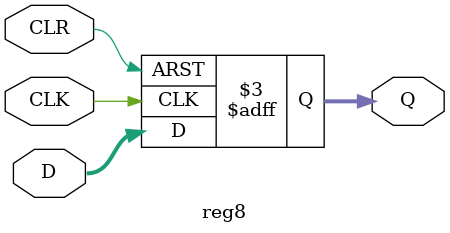
<source format=v>


// The result of translation follows.  Its copyright status should be
// considered unchanged from the original VHDL.

// registro de 8 bit
// no timescale needed

module reg8(
input wire [7:0] D,
input wire CLK,
output reg [7:0] Q,
input wire CLR
);

// clock.
// Q
// clear.




  always @(posedge CLK, posedge CLR) begin
    if(CLR == 1'b1) begin
      Q <= 8'h00;
    end else begin
      Q <= D;
    end
  end


endmodule

</source>
